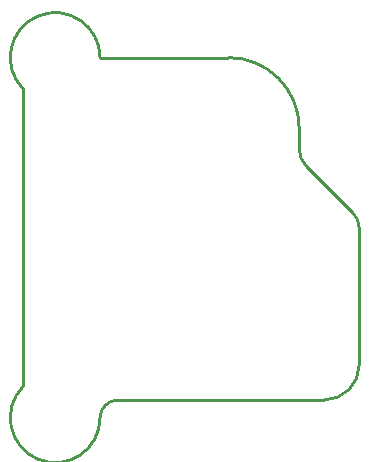
<source format=gko>
G04 Layer: BoardOutlineLayer*
G04 EasyEDA v6.5.40, 2024-02-04 21:12:00*
G04 47bb9c72da8d420c99b3d15ae168fc4e,2e16165ee3bb4678bfb3015e44e098b9,10*
G04 Gerber Generator version 0.2*
G04 Scale: 100 percent, Rotated: No, Reflected: No *
G04 Dimensions in millimeters *
G04 leading zeros omitted , absolute positions ,4 integer and 5 decimal *
%FSLAX45Y45*%
%MOMM*%

%ADD10C,0.2540*%
%ADD11C,0.2500*%
D10*
X-269407Y-269407D02*
G01*
X-269407Y-2780553D01*
X379999Y0D02*
G01*
X1466397Y0D01*
X2066698Y-599996D02*
G01*
X2066993Y-777646D01*
X2515488Y-1307795D02*
G01*
X2126289Y-919190D01*
X2574996Y-1449997D02*
G01*
X2574996Y-2599994D01*
D11*
X2274994Y-2899994D02*
G01*
X529998Y-2899994D01*
D10*
G75*
G01*
X529999Y-2899994D02*
G03*
X379999Y-3050598I-1J-150000D01*
G75*
G01*
X2274994Y-2899994D02*
G03*
X2574996Y-2599995I3J299999D01*
G75*
G01*
X2574994Y-1449995D02*
G03*
X2516416Y-1308578I-200000J-3D01*
G75*
G01*
X2066699Y-599996D02*
G03*
X1466700Y0I-599999J-3D01*
G75*
G01*
X2066996Y-777397D02*
G03*
X2125576Y-918815I200000J5D01*
G75*
G01*
X379999Y0D02*
G03*
X-268699Y-268699I-379999J2D01*
G75*
G01*
X379999Y-3049961D02*
G02*
X-268699Y-2781262I-379999J-2D01*

%LPD*%
M02*

</source>
